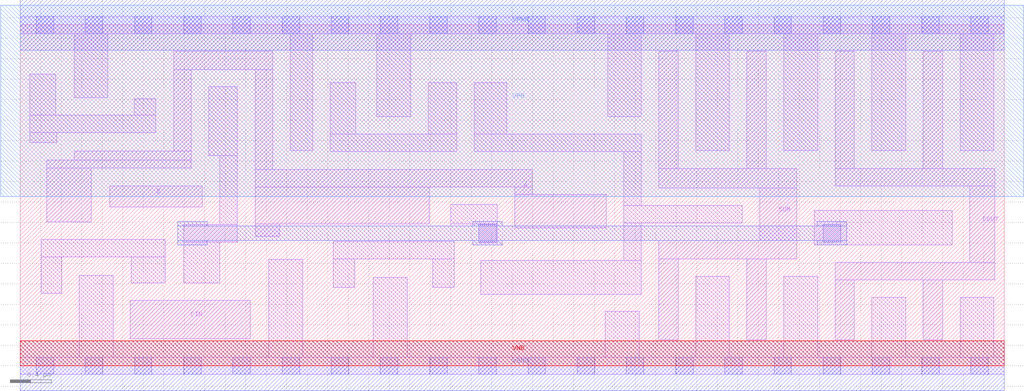
<source format=lef>
# Copyright 2020 The SkyWater PDK Authors
#
# Licensed under the Apache License, Version 2.0 (the "License");
# you may not use this file except in compliance with the License.
# You may obtain a copy of the License at
#
#     https://www.apache.org/licenses/LICENSE-2.0
#
# Unless required by applicable law or agreed to in writing, software
# distributed under the License is distributed on an "AS IS" BASIS,
# WITHOUT WARRANTIES OR CONDITIONS OF ANY KIND, either express or implied.
# See the License for the specific language governing permissions and
# limitations under the License.
#
# SPDX-License-Identifier: Apache-2.0

VERSION 5.7 ;
  NOWIREEXTENSIONATPIN ON ;
  DIVIDERCHAR "/" ;
  BUSBITCHARS "[]" ;
MACRO sky130_fd_sc_lp__fa_4
  CLASS CORE ;
  FOREIGN sky130_fd_sc_lp__fa_4 ;
  ORIGIN  0.000000  0.000000 ;
  SIZE  9.600000 BY  3.330000 ;
  SYMMETRY X Y R90 ;
  SITE unit ;
  PIN A
    ANTENNAGATEAREA  0.636000 ;
    DIRECTION INPUT ;
    USE SIGNAL ;
    PORT
      LAYER li1 ;
        RECT 0.260000 1.405000 0.695000 1.930000 ;
        RECT 0.260000 1.930000 1.670000 2.010000 ;
        RECT 0.525000 2.010000 1.670000 2.100000 ;
        RECT 1.500000 2.100000 1.670000 2.895000 ;
        RECT 1.500000 2.895000 2.465000 3.075000 ;
        RECT 2.295000 1.265000 2.530000 1.385000 ;
        RECT 2.295000 1.385000 3.990000 1.745000 ;
        RECT 2.295000 1.745000 4.995000 1.915000 ;
        RECT 2.295000 1.915000 2.465000 2.895000 ;
        RECT 4.825000 1.345000 5.720000 1.675000 ;
        RECT 4.825000 1.675000 4.995000 1.745000 ;
    END
  END A
  PIN B
    ANTENNAGATEAREA  0.636000 ;
    DIRECTION INPUT ;
    USE SIGNAL ;
    PORT
      LAYER li1 ;
        RECT 0.875000 1.550000 1.775000 1.755000 ;
    END
  END B
  PIN CIN
    ANTENNAGATEAREA  0.477000 ;
    DIRECTION INPUT ;
    USE SIGNAL ;
    PORT
      LAYER li1 ;
        RECT 1.075000 0.265000 2.245000 0.640000 ;
    END
  END CIN
  PIN COUT
    ANTENNADIFFAREA  1.176000 ;
    DIRECTION OUTPUT ;
    USE SIGNAL ;
    PORT
      LAYER li1 ;
        RECT 7.950000 0.255000 8.140000 0.840000 ;
        RECT 7.950000 0.840000 9.510000 1.010000 ;
        RECT 7.950000 1.755000 9.510000 1.925000 ;
        RECT 7.950000 1.925000 8.140000 3.075000 ;
        RECT 8.810000 0.255000 9.000000 0.840000 ;
        RECT 8.810000 1.925000 9.000000 3.075000 ;
        RECT 9.265000 1.010000 9.510000 1.755000 ;
    END
  END COUT
  PIN SUM
    ANTENNADIFFAREA  1.176000 ;
    DIRECTION OUTPUT ;
    USE SIGNAL ;
    PORT
      LAYER li1 ;
        RECT 6.230000 0.255000 6.420000 1.045000 ;
        RECT 6.230000 1.045000 7.575000 1.225000 ;
        RECT 6.230000 1.735000 7.575000 1.925000 ;
        RECT 6.230000 1.925000 6.420000 3.075000 ;
        RECT 7.090000 0.255000 7.280000 1.045000 ;
        RECT 7.090000 1.925000 7.280000 3.075000 ;
        RECT 7.215000 1.225000 7.575000 1.735000 ;
    END
  END SUM
  PIN VGND
    DIRECTION INOUT ;
    USE GROUND ;
    PORT
      LAYER met1 ;
        RECT 0.000000 -0.245000 9.600000 0.245000 ;
    END
  END VGND
  PIN VNB
    DIRECTION INOUT ;
    USE GROUND ;
    PORT
      LAYER pwell ;
        RECT 0.000000 0.000000 9.600000 0.245000 ;
    END
  END VNB
  PIN VPB
    DIRECTION INOUT ;
    USE POWER ;
    PORT
      LAYER nwell ;
        RECT -0.190000 1.655000 9.790000 3.520000 ;
    END
  END VPB
  PIN VPWR
    DIRECTION INOUT ;
    USE POWER ;
    PORT
      LAYER met1 ;
        RECT 0.000000 3.085000 9.600000 3.575000 ;
    END
  END VPWR
  OBS
    LAYER li1 ;
      RECT 0.000000 -0.085000 9.600000 0.085000 ;
      RECT 0.000000  3.245000 9.600000 3.415000 ;
      RECT 0.095000  2.180000 0.355000 2.280000 ;
      RECT 0.095000  2.280000 1.320000 2.450000 ;
      RECT 0.095000  2.450000 0.345000 2.850000 ;
      RECT 0.205000  0.705000 0.405000 1.065000 ;
      RECT 0.205000  1.065000 1.415000 1.235000 ;
      RECT 0.525000  2.620000 0.855000 3.245000 ;
      RECT 0.575000  0.085000 0.905000 0.885000 ;
      RECT 1.085000  0.810000 1.415000 1.065000 ;
      RECT 1.110000  2.450000 1.320000 2.610000 ;
      RECT 1.595000  0.810000 1.945000 1.210000 ;
      RECT 1.595000  1.210000 2.115000 1.380000 ;
      RECT 1.840000  2.055000 2.115000 2.725000 ;
      RECT 1.945000  1.380000 2.115000 2.055000 ;
      RECT 2.425000  0.085000 2.755000 1.040000 ;
      RECT 2.635000  2.105000 2.855000 3.245000 ;
      RECT 3.025000  2.095000 4.260000 2.265000 ;
      RECT 3.025000  2.265000 3.275000 2.765000 ;
      RECT 3.055000  0.765000 3.265000 1.045000 ;
      RECT 3.055000  1.045000 4.235000 1.215000 ;
      RECT 3.445000  0.085000 3.775000 0.865000 ;
      RECT 3.480000  2.435000 3.810000 3.245000 ;
      RECT 3.980000  2.265000 4.260000 2.765000 ;
      RECT 4.025000  0.765000 4.235000 1.045000 ;
      RECT 4.200000  1.385000 4.655000 1.575000 ;
      RECT 4.430000  2.095000 6.060000 2.265000 ;
      RECT 4.430000  2.265000 4.745000 2.765000 ;
      RECT 4.475000  1.200000 4.655000 1.385000 ;
      RECT 4.495000  0.700000 6.060000 1.030000 ;
      RECT 5.710000  0.085000 6.040000 0.530000 ;
      RECT 5.730000  2.435000 6.060000 3.245000 ;
      RECT 5.890000  1.030000 6.060000 1.395000 ;
      RECT 5.890000  1.395000 7.045000 1.565000 ;
      RECT 5.890000  1.565000 6.060000 2.095000 ;
      RECT 6.590000  0.085000 6.920000 0.875000 ;
      RECT 6.590000  2.105000 6.920000 3.245000 ;
      RECT 7.450000  0.085000 7.780000 0.875000 ;
      RECT 7.450000  2.105000 7.780000 3.245000 ;
      RECT 7.745000  1.180000 9.095000 1.515000 ;
      RECT 8.310000  0.085000 8.640000 0.670000 ;
      RECT 8.310000  2.105000 8.640000 3.245000 ;
      RECT 9.170000  0.085000 9.500000 0.670000 ;
      RECT 9.170000  2.105000 9.500000 3.245000 ;
    LAYER mcon ;
      RECT 0.155000 -0.085000 0.325000 0.085000 ;
      RECT 0.155000  3.245000 0.325000 3.415000 ;
      RECT 0.635000 -0.085000 0.805000 0.085000 ;
      RECT 0.635000  3.245000 0.805000 3.415000 ;
      RECT 1.115000 -0.085000 1.285000 0.085000 ;
      RECT 1.115000  3.245000 1.285000 3.415000 ;
      RECT 1.595000 -0.085000 1.765000 0.085000 ;
      RECT 1.595000  3.245000 1.765000 3.415000 ;
      RECT 2.075000 -0.085000 2.245000 0.085000 ;
      RECT 2.075000  3.245000 2.245000 3.415000 ;
      RECT 2.555000 -0.085000 2.725000 0.085000 ;
      RECT 2.555000  3.245000 2.725000 3.415000 ;
      RECT 3.035000 -0.085000 3.205000 0.085000 ;
      RECT 3.035000  3.245000 3.205000 3.415000 ;
      RECT 3.515000 -0.085000 3.685000 0.085000 ;
      RECT 3.515000  3.245000 3.685000 3.415000 ;
      RECT 3.995000 -0.085000 4.165000 0.085000 ;
      RECT 3.995000  3.245000 4.165000 3.415000 ;
      RECT 4.475000 -0.085000 4.645000 0.085000 ;
      RECT 4.475000  1.210000 4.645000 1.380000 ;
      RECT 4.475000  3.245000 4.645000 3.415000 ;
      RECT 4.955000 -0.085000 5.125000 0.085000 ;
      RECT 4.955000  3.245000 5.125000 3.415000 ;
      RECT 5.435000 -0.085000 5.605000 0.085000 ;
      RECT 5.435000  3.245000 5.605000 3.415000 ;
      RECT 5.915000 -0.085000 6.085000 0.085000 ;
      RECT 5.915000  3.245000 6.085000 3.415000 ;
      RECT 6.395000 -0.085000 6.565000 0.085000 ;
      RECT 6.395000  3.245000 6.565000 3.415000 ;
      RECT 6.875000 -0.085000 7.045000 0.085000 ;
      RECT 6.875000  3.245000 7.045000 3.415000 ;
      RECT 7.355000 -0.085000 7.525000 0.085000 ;
      RECT 7.355000  3.245000 7.525000 3.415000 ;
      RECT 7.835000 -0.085000 8.005000 0.085000 ;
      RECT 7.835000  1.210000 8.005000 1.380000 ;
      RECT 7.835000  3.245000 8.005000 3.415000 ;
      RECT 8.315000 -0.085000 8.485000 0.085000 ;
      RECT 8.315000  3.245000 8.485000 3.415000 ;
      RECT 8.795000 -0.085000 8.965000 0.085000 ;
      RECT 8.795000  3.245000 8.965000 3.415000 ;
      RECT 9.275000 -0.085000 9.445000 0.085000 ;
      RECT 9.275000  3.245000 9.445000 3.415000 ;
    LAYER met1 ;
      RECT 1.535000 1.180000 1.825000 1.225000 ;
      RECT 1.535000 1.225000 8.065000 1.365000 ;
      RECT 1.535000 1.365000 1.825000 1.410000 ;
      RECT 4.415000 1.180000 4.705000 1.225000 ;
      RECT 4.415000 1.365000 4.705000 1.410000 ;
      RECT 7.775000 1.180000 8.065000 1.225000 ;
      RECT 7.775000 1.365000 8.065000 1.410000 ;
  END
END sky130_fd_sc_lp__fa_4
END LIBRARY

</source>
